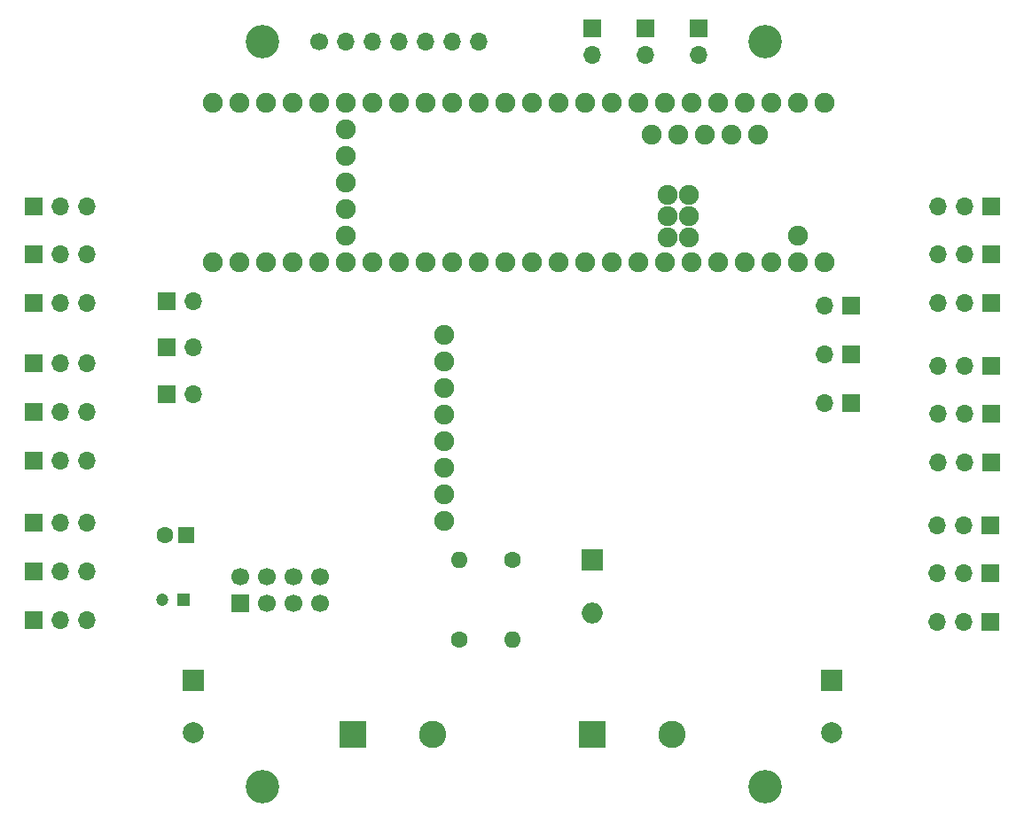
<source format=gbr>
%TF.GenerationSoftware,KiCad,Pcbnew,7.0.8*%
%TF.CreationDate,2025-02-28T20:23:41-05:00*%
%TF.ProjectId,Hexapod PCB KiCad Project,48657861-706f-4642-9050-4342204b6943,rev?*%
%TF.SameCoordinates,Original*%
%TF.FileFunction,Soldermask,Bot*%
%TF.FilePolarity,Negative*%
%FSLAX46Y46*%
G04 Gerber Fmt 4.6, Leading zero omitted, Abs format (unit mm)*
G04 Created by KiCad (PCBNEW 7.0.8) date 2025-02-28 20:23:41*
%MOMM*%
%LPD*%
G01*
G04 APERTURE LIST*
G04 Aperture macros list*
%AMRoundRect*
0 Rectangle with rounded corners*
0 $1 Rounding radius*
0 $2 $3 $4 $5 $6 $7 $8 $9 X,Y pos of 4 corners*
0 Add a 4 corners polygon primitive as box body*
4,1,4,$2,$3,$4,$5,$6,$7,$8,$9,$2,$3,0*
0 Add four circle primitives for the rounded corners*
1,1,$1+$1,$2,$3*
1,1,$1+$1,$4,$5*
1,1,$1+$1,$6,$7*
1,1,$1+$1,$8,$9*
0 Add four rect primitives between the rounded corners*
20,1,$1+$1,$2,$3,$4,$5,0*
20,1,$1+$1,$4,$5,$6,$7,0*
20,1,$1+$1,$6,$7,$8,$9,0*
20,1,$1+$1,$8,$9,$2,$3,0*%
G04 Aperture macros list end*
%ADD10R,1.700000X1.700000*%
%ADD11O,1.700000X1.700000*%
%ADD12C,3.200000*%
%ADD13C,1.904000*%
%ADD14C,1.600000*%
%ADD15O,1.600000X1.600000*%
%ADD16R,2.000000X2.000000*%
%ADD17C,2.000000*%
%ADD18RoundRect,0.102000X-1.200000X-1.200000X1.200000X-1.200000X1.200000X1.200000X-1.200000X1.200000X0*%
%ADD19C,2.604000*%
%ADD20C,1.700000*%
%ADD21R,1.200000X1.200000*%
%ADD22C,1.200000*%
%ADD23R,1.600000X1.600000*%
%ADD24O,2.000000X2.000000*%
G04 APERTURE END LIST*
D10*
%TO.C,B2*%
X151130000Y-64770000D03*
D11*
X151130000Y-67310000D03*
%TD*%
D12*
%TO.C,H3*%
X167640000Y-137202000D03*
%TD*%
%TO.C,H2*%
X119640000Y-66040000D03*
%TD*%
%TO.C,H4*%
X167640000Y-66039999D03*
%TD*%
D10*
%TO.C,B4*%
X161290000Y-64770000D03*
D11*
X161290000Y-67310000D03*
%TD*%
D13*
%TO.C,U4*%
X137034000Y-94007000D03*
X137034000Y-96547000D03*
X137034000Y-99087000D03*
X137034000Y-101627000D03*
X137034000Y-104167000D03*
X137034000Y-106707000D03*
X137034000Y-109247000D03*
X137034000Y-111787000D03*
%TD*%
D14*
%TO.C,R2*%
X143510000Y-115570000D03*
D15*
X143510000Y-123190000D03*
%TD*%
D16*
%TO.C,C4*%
X113030000Y-127080000D03*
D17*
X113030000Y-132080000D03*
%TD*%
D18*
%TO.C,T1*%
X128270000Y-132212500D03*
D19*
X135890000Y-132212500D03*
%TD*%
D12*
%TO.C,H1*%
X119640001Y-137202000D03*
%TD*%
D20*
%TO.C,B1*%
X125095000Y-66040000D03*
D11*
X127635000Y-66040000D03*
X130175000Y-66040000D03*
X132715000Y-66040000D03*
X135255000Y-66040000D03*
X137795000Y-66040000D03*
X140335000Y-66040000D03*
%TD*%
D18*
%TO.C,T2*%
X151130000Y-132212500D03*
D19*
X158750000Y-132212500D03*
%TD*%
D21*
%TO.C,C2*%
X112097600Y-119380001D03*
D22*
X110097600Y-119380001D03*
%TD*%
D23*
%TO.C,C1*%
X112395000Y-113125000D03*
D14*
X110395000Y-113125000D03*
%TD*%
%TO.C,R1*%
X138430000Y-123190000D03*
D15*
X138430000Y-115570000D03*
%TD*%
D16*
%TO.C,D1*%
X151130000Y-115570000D03*
D24*
X151130000Y-120650000D03*
%TD*%
D10*
%TO.C,B3*%
X156210000Y-64765000D03*
D11*
X156210000Y-67305000D03*
%TD*%
D16*
%TO.C,C3*%
X173990000Y-127080000D03*
D17*
X173990000Y-132080000D03*
%TD*%
D10*
%TO.C,U3*%
X117565000Y-119680000D03*
D20*
X117565000Y-117140000D03*
X120105000Y-119680000D03*
X120105000Y-117140000D03*
X122645000Y-119680000D03*
X122645000Y-117140000D03*
X125185000Y-119680000D03*
X125185000Y-117140000D03*
%TD*%
D13*
%TO.C,U1*%
X170815000Y-71880000D03*
X168275000Y-71880000D03*
X165735000Y-71880000D03*
X163195000Y-71880000D03*
X137795000Y-71880000D03*
X168275000Y-87120000D03*
X127635000Y-76960000D03*
X160655000Y-71880000D03*
X158115000Y-71880000D03*
X167005000Y-74930000D03*
X155575000Y-71880000D03*
X153035000Y-71880000D03*
X150495000Y-71880000D03*
X147955000Y-71880000D03*
X145415000Y-71880000D03*
X142875000Y-71880000D03*
X140335000Y-71880000D03*
X140335000Y-87120000D03*
X142875000Y-87120000D03*
X145415000Y-87120000D03*
X147955000Y-87120000D03*
X150495000Y-87120000D03*
X153035000Y-87120000D03*
X155575000Y-87120000D03*
X158115000Y-87120000D03*
X160655000Y-87120000D03*
X163195000Y-87120000D03*
X165735000Y-87120000D03*
X135255000Y-71880000D03*
X132715000Y-71880000D03*
X130175000Y-71880000D03*
X127635000Y-71880000D03*
X125095000Y-71880000D03*
X122555000Y-71880000D03*
X120015000Y-71880000D03*
X117475000Y-71880000D03*
X114935000Y-71880000D03*
X114935000Y-87120000D03*
X117475000Y-87120000D03*
X120015000Y-87120000D03*
X122555000Y-87120000D03*
X125095000Y-87120000D03*
X127635000Y-87120000D03*
X130175000Y-87120000D03*
X132715000Y-87120000D03*
X135255000Y-87120000D03*
X161925000Y-74930000D03*
X164465000Y-74930000D03*
X173355000Y-71880000D03*
X137795000Y-87120000D03*
X170815000Y-87120000D03*
X127635000Y-79500000D03*
X158385000Y-82670000D03*
X160385000Y-82670000D03*
X127635000Y-84580000D03*
X127635000Y-82040000D03*
X160385000Y-84670000D03*
X158385000Y-84670000D03*
X158385000Y-80670000D03*
X160385000Y-80670000D03*
X159385000Y-74930000D03*
X156845000Y-74930000D03*
X127635000Y-74420000D03*
X173355000Y-87120000D03*
X170815000Y-84580000D03*
%TD*%
D10*
%TO.C,Cox2*%
X97790000Y-96745001D03*
D11*
X100330000Y-96745001D03*
X102870000Y-96745001D03*
%TD*%
D10*
%TO.C,Cox6*%
X189214980Y-121490001D03*
D11*
X186674980Y-121490001D03*
X184134980Y-121490001D03*
%TD*%
D10*
%TO.C,Tib2*%
X97790000Y-106045001D03*
D11*
X100330000Y-106045001D03*
X102870000Y-106045001D03*
%TD*%
D10*
%TO.C,FS4*%
X175900000Y-91235000D03*
D11*
X173360000Y-91235000D03*
%TD*%
D10*
%TO.C,Cox5*%
X189230001Y-106250000D03*
D11*
X186690001Y-106250000D03*
X184150001Y-106250000D03*
%TD*%
D10*
%TO.C,Tib1*%
X97790001Y-91010000D03*
D11*
X100330001Y-91010000D03*
X102870001Y-91010000D03*
%TD*%
D10*
%TO.C,Fem4*%
X189230000Y-86360000D03*
D11*
X186690000Y-86360000D03*
X184150000Y-86360000D03*
%TD*%
D10*
%TO.C,Fem3*%
X97789999Y-116635000D03*
D11*
X100329999Y-116635000D03*
X102869999Y-116635000D03*
%TD*%
D10*
%TO.C,Tib6*%
X189214997Y-112189999D03*
D11*
X186674997Y-112189999D03*
X184134997Y-112189999D03*
%TD*%
D10*
%TO.C,Fem5*%
X189230000Y-101600000D03*
D11*
X186690000Y-101600000D03*
X184150000Y-101600000D03*
%TD*%
D10*
%TO.C,Cox1*%
X97790001Y-81710000D03*
D11*
X100330001Y-81710000D03*
X102870001Y-81710000D03*
%TD*%
D10*
%TO.C,FS2*%
X110495000Y-95250000D03*
D11*
X113035000Y-95250000D03*
%TD*%
D10*
%TO.C,FS5*%
X175900001Y-95885000D03*
D11*
X173360001Y-95885000D03*
%TD*%
D10*
%TO.C,Cox4*%
X189229992Y-91010010D03*
D11*
X186689992Y-91010010D03*
X184149992Y-91010010D03*
%TD*%
D10*
%TO.C,Fem2*%
X97790001Y-101395000D03*
D11*
X100330001Y-101395000D03*
X102870001Y-101395000D03*
%TD*%
D10*
%TO.C,Tib5*%
X189230001Y-96950000D03*
D11*
X186690001Y-96950000D03*
X184150001Y-96950000D03*
%TD*%
D10*
%TO.C,Fem1*%
X97790000Y-86360000D03*
D11*
X100330000Y-86360000D03*
X102870000Y-86360000D03*
%TD*%
D10*
%TO.C,Cox3*%
X97790000Y-111985000D03*
D11*
X100330000Y-111985000D03*
X102870000Y-111985000D03*
%TD*%
D10*
%TO.C,FS1*%
X110490000Y-90805000D03*
D11*
X113030000Y-90805000D03*
%TD*%
D10*
%TO.C,Tib3*%
X97790000Y-121285000D03*
D11*
X100330000Y-121285000D03*
X102870000Y-121285000D03*
%TD*%
D10*
%TO.C,FS3*%
X110490000Y-99695000D03*
D11*
X113030000Y-99695000D03*
%TD*%
D10*
%TO.C,FS6*%
X175900000Y-100535000D03*
D11*
X173360000Y-100535000D03*
%TD*%
D10*
%TO.C,Fem6*%
X189215000Y-116840000D03*
D11*
X186675000Y-116840000D03*
X184135000Y-116840000D03*
%TD*%
D10*
%TO.C,Tib4*%
X189230008Y-81710011D03*
D11*
X186690008Y-81710011D03*
X184150008Y-81710011D03*
%TD*%
M02*

</source>
